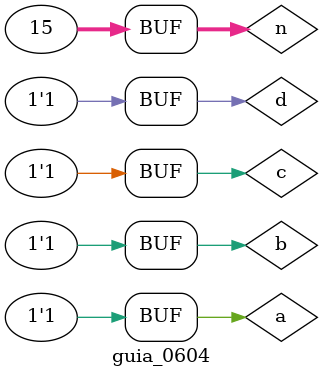
<source format=v>
module f_ex01(output s, input A, input B, input C, input D);
	assign s = (A | ~C | D) & (A | ~B | ~C) & (~A | ~B | C | ~D);
endmodule

module f_ex02(output s, input A, input B, input C, input D);
	assign s = (~A | B | C) & (~A | ~C | ~D) & (A | ~B | C | D);
endmodule


module f_ex03(output s, input A, input B, input C, input D);
	assign s = (~A | B | D) & (~A | ~C | D) & (A | ~B | C | D) & (~A | ~B | C | ~D);
endmodule

module f_ex04(output s, input A, input B, input C, input D);
	assign s = (~A | ~B | ~D) & (A | C | ~D) & (~A | ~B | ~C) & (A | B | ~C | D);
endmodule

module f_ex05(output s, input A, input B, input C, input D);
	assign s = (~C | ~D) & (A | ~B | ~D) & (A | ~B | ~C);
endmodule

module guia_0604;
	reg a, b, c, d;
	wire ex01, ex02, ex03, ex04, ex05;
	integer n = 0;
	
	f_ex01 F_EX01(ex01, a, b, c, d);
	f_ex02 F_EX02(ex02, a, b, c, d);
	f_ex03 F_EX03(ex03, a, b, c, d);
	f_ex04 F_EX04(ex04, a, b, c, d);
	f_ex05 F_EX05(ex05, a, b, c, d);
	
	initial begin : start
		a = 1'b0;
		b = 1'b0;
		c = 1'b0;
		d = 1'b0;
	end
	
	initial begin : main
		$display(" n A B C D = 1 2 3 4 5");
		$monitor("%2d %b %b %b %b = %b %b %b %b %b", n, a, b, c, d, ex01, ex02, ex03, ex04, ex05);
		#1 a = 0; b = 0; c = 0; d =0; n = 00;
		#1 a = 0; b = 0; c = 0; d =1; n = 01;
		#1 a = 0; b = 0; c = 1; d =0; n = 02;
		#1 a = 0; b = 0; c = 1; d =1; n = 03;
		#1 a = 0; b = 1; c = 0; d =0; n = 04;
		#1 a = 0; b = 1; c = 0; d =1; n = 05;
		#1 a = 0; b = 1; c = 1; d =0; n = 06;
		#1 a = 0; b = 1; c = 1; d =1; n = 07;
		#1 a = 1; b = 0; c = 0; d =0; n = 08;
		#1 a = 1; b = 0; c = 0; d =1; n = 09;
		#1 a = 1; b = 0; c = 1; d =0; n = 10;
		#1 a = 1; b = 0; c = 1; d =1; n = 11;
		#1 a = 1; b = 1; c = 0; d =0; n = 12;
		#1 a = 1; b = 1; c = 0; d =1; n = 13;
		#1 a = 1; b = 1; c = 1; d =0; n = 14;
		#1 a = 1; b = 1; c = 1; d =1; n = 15;
	end
endmodule

</source>
